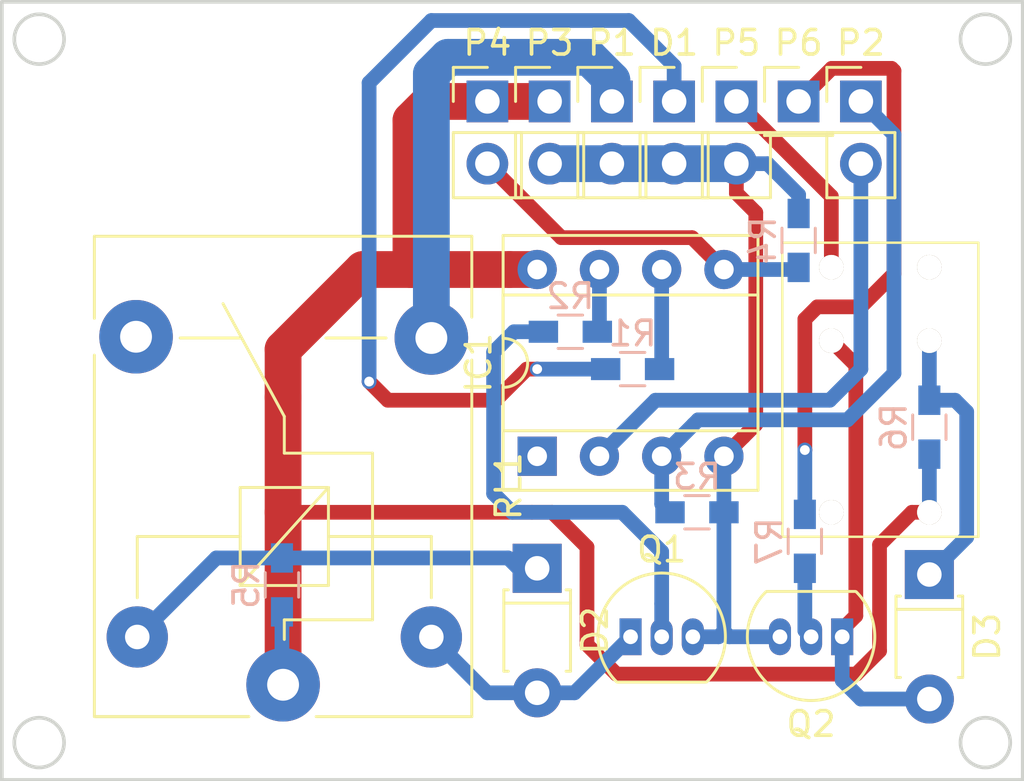
<source format=kicad_pcb>
(kicad_pcb (version 4) (host pcbnew 4.0.5)

  (general
    (links 35)
    (no_connects 0)
    (area 121.844999 102.032999 163.651001 133.933001)
    (thickness 1.6)
    (drawings 12)
    (tracks 126)
    (zones 0)
    (modules 21)
    (nets 18)
  )

  (page A4)
  (title_block
    (title PiPower)
    (date 2017-03-05)
    (rev 1)
    (company "Mark van Renswoude")
  )

  (layers
    (0 F.Cu signal)
    (31 B.Cu signal)
    (32 B.Adhes user hide)
    (33 F.Adhes user hide)
    (34 B.Paste user hide)
    (35 F.Paste user hide)
    (36 B.SilkS user hide)
    (37 F.SilkS user hide)
    (38 B.Mask user hide)
    (39 F.Mask user hide)
    (40 Dwgs.User user hide)
    (41 Cmts.User user hide)
    (42 Eco1.User user)
    (43 Eco2.User user)
    (44 Edge.Cuts user)
    (45 Margin user hide)
    (46 B.CrtYd user hide)
    (47 F.CrtYd user hide)
    (48 B.Fab user hide)
    (49 F.Fab user hide)
  )

  (setup
    (last_trace_width 0.6)
    (user_trace_width 1.5)
    (trace_clearance 0.2)
    (zone_clearance 0.508)
    (zone_45_only yes)
    (trace_min 0.2)
    (segment_width 0.2)
    (edge_width 0.15)
    (via_size 0.6)
    (via_drill 0.4)
    (via_min_size 0.4)
    (via_min_drill 0.3)
    (uvia_size 0.3)
    (uvia_drill 0.1)
    (uvias_allowed no)
    (uvia_min_size 0.2)
    (uvia_min_drill 0.1)
    (pcb_text_width 0.3)
    (pcb_text_size 1.5 1.5)
    (mod_edge_width 0.15)
    (mod_text_size 1 1)
    (mod_text_width 0.15)
    (pad_size 1.524 1.524)
    (pad_drill 0.762)
    (pad_to_mask_clearance 0.2)
    (aux_axis_origin 0 0)
    (grid_origin 163.576 106.172)
    (visible_elements 7FFFFFFF)
    (pcbplotparams
      (layerselection 0x01400_80000001)
      (usegerberextensions false)
      (excludeedgelayer true)
      (linewidth 0.100000)
      (plotframeref false)
      (viasonmask false)
      (mode 1)
      (useauxorigin false)
      (hpglpennumber 1)
      (hpglpenspeed 20)
      (hpglpendiameter 15)
      (hpglpenoverlay 2)
      (psnegative false)
      (psa4output false)
      (plotreference true)
      (plotvalue true)
      (plotinvisibletext false)
      (padsonsilk false)
      (subtractmaskfromsilk false)
      (outputformat 4)
      (mirror false)
      (drillshape 1)
      (scaleselection 1)
      (outputdirectory output))
  )

  (net 0 "")
  (net 1 "Net-(D1-Pad1)")
  (net 2 GND)
  (net 3 "Net-(D2-Pad1)")
  (net 4 "Net-(D2-Pad2)")
  (net 5 "Net-(D3-Pad1)")
  (net 6 "Net-(D3-Pad2)")
  (net 7 "Net-(IC1-Pad5)")
  (net 8 "Net-(IC1-Pad2)")
  (net 9 "Net-(IC1-Pad6)")
  (net 10 "Net-(IC1-Pad3)")
  (net 11 "Net-(IC1-Pad7)")
  (net 12 +5V)
  (net 13 "Net-(P1-Pad1)")
  (net 14 "Net-(K1-Pad10)")
  (net 15 "Net-(P6-Pad1)")
  (net 16 "Net-(Q1-Pad2)")
  (net 17 "Net-(Q2-Pad2)")

  (net_class Default "This is the default net class."
    (clearance 0.2)
    (trace_width 0.6)
    (via_dia 0.6)
    (via_drill 0.4)
    (uvia_dia 0.3)
    (uvia_drill 0.1)
    (add_net +5V)
    (add_net GND)
    (add_net "Net-(D1-Pad1)")
    (add_net "Net-(D2-Pad1)")
    (add_net "Net-(D2-Pad2)")
    (add_net "Net-(D3-Pad1)")
    (add_net "Net-(D3-Pad2)")
    (add_net "Net-(IC1-Pad2)")
    (add_net "Net-(IC1-Pad3)")
    (add_net "Net-(IC1-Pad5)")
    (add_net "Net-(IC1-Pad6)")
    (add_net "Net-(IC1-Pad7)")
    (add_net "Net-(K1-Pad10)")
    (add_net "Net-(P1-Pad1)")
    (add_net "Net-(P6-Pad1)")
    (add_net "Net-(Q1-Pad2)")
    (add_net "Net-(Q2-Pad2)")
  )

  (module Pin_Headers:Pin_Header_Straight_1x02_Pitch2.54mm (layer F.Cu) (tedit 58C8610B) (tstamp 58C85C70)
    (at 149.352 106.172)
    (descr "Through hole straight pin header, 1x02, 2.54mm pitch, single row")
    (tags "Through hole pin header THT 1x02 2.54mm single row")
    (path /58BC419B)
    (fp_text reference D1 (at 0 -2.39) (layer F.SilkS)
      (effects (font (size 1 1) (thickness 0.15)))
    )
    (fp_text value LED (at 0 -2.54) (layer Eco1.User)
      (effects (font (size 1 1) (thickness 0.15)))
    )
    (fp_line (start -1.27 -1.27) (end -1.27 3.81) (layer F.Fab) (width 0.1))
    (fp_line (start -1.27 3.81) (end 1.27 3.81) (layer F.Fab) (width 0.1))
    (fp_line (start 1.27 3.81) (end 1.27 -1.27) (layer F.Fab) (width 0.1))
    (fp_line (start 1.27 -1.27) (end -1.27 -1.27) (layer F.Fab) (width 0.1))
    (fp_line (start -1.39 1.27) (end -1.39 3.93) (layer F.SilkS) (width 0.12))
    (fp_line (start -1.39 3.93) (end 1.39 3.93) (layer F.SilkS) (width 0.12))
    (fp_line (start 1.39 3.93) (end 1.39 1.27) (layer F.SilkS) (width 0.12))
    (fp_line (start 1.39 1.27) (end -1.39 1.27) (layer F.SilkS) (width 0.12))
    (fp_line (start -1.39 0) (end -1.39 -1.39) (layer F.SilkS) (width 0.12))
    (fp_line (start -1.39 -1.39) (end 0 -1.39) (layer F.SilkS) (width 0.12))
    (fp_line (start -1.6 -1.6) (end -1.6 4.1) (layer F.CrtYd) (width 0.05))
    (fp_line (start -1.6 4.1) (end 1.6 4.1) (layer F.CrtYd) (width 0.05))
    (fp_line (start 1.6 4.1) (end 1.6 -1.6) (layer F.CrtYd) (width 0.05))
    (fp_line (start 1.6 -1.6) (end -1.6 -1.6) (layer F.CrtYd) (width 0.05))
    (pad 1 thru_hole rect (at 0 0) (size 1.7 1.7) (drill 1) (layers *.Cu *.Mask)
      (net 1 "Net-(D1-Pad1)"))
    (pad 2 thru_hole oval (at 0 2.54) (size 1.7 1.7) (drill 1) (layers *.Cu *.Mask)
      (net 2 GND))
    (model Pin_Headers.3dshapes/Pin_Header_Straight_1x02_Pitch2.54mm.wrl
      (at (xyz 0 -0.05 0))
      (scale (xyz 1 1 1))
      (rotate (xyz 0 0 90))
    )
  )

  (module Diodes_ThroughHole:D_T-1_P5.08mm_Horizontal (layer F.Cu) (tedit 5877C982) (tstamp 58C85C88)
    (at 143.764 125.222 270)
    (descr "D, T-1 series, Axial, Horizontal, pin pitch=5.08mm, , length*diameter=3.2*2.6mm^2, , http://www.diodes.com/_files/packages/T-1.pdf")
    (tags "D T-1 series Axial Horizontal pin pitch 5.08mm  length 3.2mm diameter 2.6mm")
    (path /58C1C921)
    (fp_text reference D2 (at 2.54 -2.36 270) (layer F.SilkS)
      (effects (font (size 1 1) (thickness 0.15)))
    )
    (fp_text value D (at 2.54 2.36 270) (layer F.Fab)
      (effects (font (size 1 1) (thickness 0.15)))
    )
    (fp_line (start 0.94 -1.3) (end 0.94 1.3) (layer F.Fab) (width 0.1))
    (fp_line (start 0.94 1.3) (end 4.14 1.3) (layer F.Fab) (width 0.1))
    (fp_line (start 4.14 1.3) (end 4.14 -1.3) (layer F.Fab) (width 0.1))
    (fp_line (start 4.14 -1.3) (end 0.94 -1.3) (layer F.Fab) (width 0.1))
    (fp_line (start 0 0) (end 0.94 0) (layer F.Fab) (width 0.1))
    (fp_line (start 5.08 0) (end 4.14 0) (layer F.Fab) (width 0.1))
    (fp_line (start 1.42 -1.3) (end 1.42 1.3) (layer F.Fab) (width 0.1))
    (fp_line (start 0.88 -1.18) (end 0.88 -1.36) (layer F.SilkS) (width 0.12))
    (fp_line (start 0.88 -1.36) (end 4.2 -1.36) (layer F.SilkS) (width 0.12))
    (fp_line (start 4.2 -1.36) (end 4.2 -1.18) (layer F.SilkS) (width 0.12))
    (fp_line (start 0.88 1.18) (end 0.88 1.36) (layer F.SilkS) (width 0.12))
    (fp_line (start 0.88 1.36) (end 4.2 1.36) (layer F.SilkS) (width 0.12))
    (fp_line (start 4.2 1.36) (end 4.2 1.18) (layer F.SilkS) (width 0.12))
    (fp_line (start 1.42 -1.36) (end 1.42 1.36) (layer F.SilkS) (width 0.12))
    (fp_line (start -1.25 -1.65) (end -1.25 1.65) (layer F.CrtYd) (width 0.05))
    (fp_line (start -1.25 1.65) (end 6.35 1.65) (layer F.CrtYd) (width 0.05))
    (fp_line (start 6.35 1.65) (end 6.35 -1.65) (layer F.CrtYd) (width 0.05))
    (fp_line (start 6.35 -1.65) (end -1.25 -1.65) (layer F.CrtYd) (width 0.05))
    (pad 1 thru_hole rect (at 0 0 270) (size 2 2) (drill 1) (layers *.Cu *.Mask)
      (net 3 "Net-(D2-Pad1)"))
    (pad 2 thru_hole oval (at 5.08 0 270) (size 2 2) (drill 1) (layers *.Cu *.Mask)
      (net 4 "Net-(D2-Pad2)"))
    (model Diodes_THT.3dshapes/D_T-1_P5.08mm_Horizontal.wrl
      (at (xyz 0 0 0))
      (scale (xyz 0.393701 0.393701 0.393701))
      (rotate (xyz 0 0 0))
    )
  )

  (module Diodes_ThroughHole:D_T-1_P5.08mm_Horizontal (layer F.Cu) (tedit 5877C982) (tstamp 58C85CA0)
    (at 159.766 125.476 270)
    (descr "D, T-1 series, Axial, Horizontal, pin pitch=5.08mm, , length*diameter=3.2*2.6mm^2, , http://www.diodes.com/_files/packages/T-1.pdf")
    (tags "D T-1 series Axial Horizontal pin pitch 5.08mm  length 3.2mm diameter 2.6mm")
    (path /58C5CB60)
    (fp_text reference D3 (at 2.54 -2.36 270) (layer F.SilkS)
      (effects (font (size 1 1) (thickness 0.15)))
    )
    (fp_text value D (at 2.54 2.36 270) (layer F.Fab)
      (effects (font (size 1 1) (thickness 0.15)))
    )
    (fp_line (start 0.94 -1.3) (end 0.94 1.3) (layer F.Fab) (width 0.1))
    (fp_line (start 0.94 1.3) (end 4.14 1.3) (layer F.Fab) (width 0.1))
    (fp_line (start 4.14 1.3) (end 4.14 -1.3) (layer F.Fab) (width 0.1))
    (fp_line (start 4.14 -1.3) (end 0.94 -1.3) (layer F.Fab) (width 0.1))
    (fp_line (start 0 0) (end 0.94 0) (layer F.Fab) (width 0.1))
    (fp_line (start 5.08 0) (end 4.14 0) (layer F.Fab) (width 0.1))
    (fp_line (start 1.42 -1.3) (end 1.42 1.3) (layer F.Fab) (width 0.1))
    (fp_line (start 0.88 -1.18) (end 0.88 -1.36) (layer F.SilkS) (width 0.12))
    (fp_line (start 0.88 -1.36) (end 4.2 -1.36) (layer F.SilkS) (width 0.12))
    (fp_line (start 4.2 -1.36) (end 4.2 -1.18) (layer F.SilkS) (width 0.12))
    (fp_line (start 0.88 1.18) (end 0.88 1.36) (layer F.SilkS) (width 0.12))
    (fp_line (start 0.88 1.36) (end 4.2 1.36) (layer F.SilkS) (width 0.12))
    (fp_line (start 4.2 1.36) (end 4.2 1.18) (layer F.SilkS) (width 0.12))
    (fp_line (start 1.42 -1.36) (end 1.42 1.36) (layer F.SilkS) (width 0.12))
    (fp_line (start -1.25 -1.65) (end -1.25 1.65) (layer F.CrtYd) (width 0.05))
    (fp_line (start -1.25 1.65) (end 6.35 1.65) (layer F.CrtYd) (width 0.05))
    (fp_line (start 6.35 1.65) (end 6.35 -1.65) (layer F.CrtYd) (width 0.05))
    (fp_line (start 6.35 -1.65) (end -1.25 -1.65) (layer F.CrtYd) (width 0.05))
    (pad 1 thru_hole rect (at 0 0 270) (size 2 2) (drill 1) (layers *.Cu *.Mask)
      (net 5 "Net-(D3-Pad1)"))
    (pad 2 thru_hole oval (at 5.08 0 270) (size 2 2) (drill 1) (layers *.Cu *.Mask)
      (net 6 "Net-(D3-Pad2)"))
    (model Diodes_THT.3dshapes/D_T-1_P5.08mm_Horizontal.wrl
      (at (xyz 0 0 0))
      (scale (xyz 0.393701 0.393701 0.393701))
      (rotate (xyz 0 0 0))
    )
  )

  (module Housings_DIP:DIP-8_W7.62mm_Socket (layer F.Cu) (tedit 58C860DC) (tstamp 58C85CC3)
    (at 143.764 120.65 90)
    (descr "8-lead dip package, row spacing 7.62 mm (300 mils), Socket")
    (tags "DIL DIP PDIP 2.54mm 7.62mm 300mil Socket")
    (path /58BC3ABE)
    (fp_text reference IC1 (at 3.81 -2.39 90) (layer F.SilkS)
      (effects (font (size 1 1) (thickness 0.15)))
    )
    (fp_text value ATTiny85 (at 4.318 4.318 180) (layer Eco1.User)
      (effects (font (size 1 1) (thickness 0.15)))
    )
    (fp_arc (start 3.81 -1.39) (end 2.81 -1.39) (angle -180) (layer F.SilkS) (width 0.12))
    (fp_line (start 1.635 -1.27) (end 6.985 -1.27) (layer F.Fab) (width 0.1))
    (fp_line (start 6.985 -1.27) (end 6.985 8.89) (layer F.Fab) (width 0.1))
    (fp_line (start 6.985 8.89) (end 0.635 8.89) (layer F.Fab) (width 0.1))
    (fp_line (start 0.635 8.89) (end 0.635 -0.27) (layer F.Fab) (width 0.1))
    (fp_line (start 0.635 -0.27) (end 1.635 -1.27) (layer F.Fab) (width 0.1))
    (fp_line (start -1.27 -1.27) (end -1.27 8.89) (layer F.Fab) (width 0.1))
    (fp_line (start -1.27 8.89) (end 8.89 8.89) (layer F.Fab) (width 0.1))
    (fp_line (start 8.89 8.89) (end 8.89 -1.27) (layer F.Fab) (width 0.1))
    (fp_line (start 8.89 -1.27) (end -1.27 -1.27) (layer F.Fab) (width 0.1))
    (fp_line (start 2.81 -1.39) (end 1.04 -1.39) (layer F.SilkS) (width 0.12))
    (fp_line (start 1.04 -1.39) (end 1.04 9.01) (layer F.SilkS) (width 0.12))
    (fp_line (start 1.04 9.01) (end 6.58 9.01) (layer F.SilkS) (width 0.12))
    (fp_line (start 6.58 9.01) (end 6.58 -1.39) (layer F.SilkS) (width 0.12))
    (fp_line (start 6.58 -1.39) (end 4.81 -1.39) (layer F.SilkS) (width 0.12))
    (fp_line (start -1.39 -1.39) (end -1.39 9.01) (layer F.SilkS) (width 0.12))
    (fp_line (start -1.39 9.01) (end 9.01 9.01) (layer F.SilkS) (width 0.12))
    (fp_line (start 9.01 9.01) (end 9.01 -1.39) (layer F.SilkS) (width 0.12))
    (fp_line (start 9.01 -1.39) (end -1.39 -1.39) (layer F.SilkS) (width 0.12))
    (fp_line (start -1.7 -1.7) (end -1.7 9.3) (layer F.CrtYd) (width 0.05))
    (fp_line (start -1.7 9.3) (end 9.3 9.3) (layer F.CrtYd) (width 0.05))
    (fp_line (start 9.3 9.3) (end 9.3 -1.7) (layer F.CrtYd) (width 0.05))
    (fp_line (start 9.3 -1.7) (end -1.7 -1.7) (layer F.CrtYd) (width 0.05))
    (pad 1 thru_hole rect (at 0 0 90) (size 1.6 1.6) (drill 0.8) (layers *.Cu *.Mask))
    (pad 5 thru_hole oval (at 7.62 7.62 90) (size 1.6 1.6) (drill 0.8) (layers *.Cu *.Mask)
      (net 7 "Net-(IC1-Pad5)"))
    (pad 2 thru_hole oval (at 0 2.54 90) (size 1.6 1.6) (drill 0.8) (layers *.Cu *.Mask)
      (net 8 "Net-(IC1-Pad2)"))
    (pad 6 thru_hole oval (at 7.62 5.08 90) (size 1.6 1.6) (drill 0.8) (layers *.Cu *.Mask)
      (net 9 "Net-(IC1-Pad6)"))
    (pad 3 thru_hole oval (at 0 5.08 90) (size 1.6 1.6) (drill 0.8) (layers *.Cu *.Mask)
      (net 10 "Net-(IC1-Pad3)"))
    (pad 7 thru_hole oval (at 7.62 2.54 90) (size 1.6 1.6) (drill 0.8) (layers *.Cu *.Mask)
      (net 11 "Net-(IC1-Pad7)"))
    (pad 4 thru_hole oval (at 0 7.62 90) (size 1.6 1.6) (drill 0.8) (layers *.Cu *.Mask)
      (net 2 GND))
    (pad 8 thru_hole oval (at 7.62 0 90) (size 1.6 1.6) (drill 0.8) (layers *.Cu *.Mask)
      (net 12 +5V))
    (model Housings_DIP.3dshapes/DIP-8_W7.62mm_Socket.wrl
      (at (xyz 0 0 0))
      (scale (xyz 1 1 1))
      (rotate (xyz 0 0 0))
    )
  )

  (module OmronG5V:OMRON-G5V-1 (layer F.Cu) (tedit 58C855A1) (tstamp 58C85CCD)
    (at 157.766 117.936 270)
    (path /58C5C232)
    (fp_text reference K1 (at 0 0 270) (layer F.SilkS)
      (effects (font (size 0 0) (thickness 0.15)))
    )
    (fp_text value G5V-1 (at 0 0 270) (layer F.Fab)
      (effects (font (size 0 0) (thickness 0.15)))
    )
    (fp_line (start -6 -4) (end 6 -4) (layer F.Fab) (width 0))
    (fp_line (start 6 -4) (end 6 4) (layer F.Fab) (width 0))
    (fp_line (start 6 4) (end -6 4) (layer F.Fab) (width 0))
    (fp_line (start -6 4) (end -6 -4) (layer F.Fab) (width 0))
    (fp_line (start -7 -4) (end 7 -4) (layer F.CrtYd) (width 0))
    (fp_line (start 7 -4) (end 7 4) (layer F.CrtYd) (width 0))
    (fp_line (start 7 4) (end -7 4) (layer F.CrtYd) (width 0))
    (fp_line (start -7 4) (end -7 -4) (layer F.CrtYd) (width 0))
    (fp_line (start 6 -4) (end -6 -4) (layer F.SilkS) (width 0))
    (fp_line (start -6 -4) (end -6 4) (layer F.SilkS) (width 0))
    (fp_line (start -6 4) (end 6 4) (layer F.SilkS) (width 0))
    (fp_line (start 6 4) (end 6 -4) (layer F.SilkS) (width 0))
    (pad 2 thru_hole circle (at -2 -2 270) (size 1 1) (drill 1) (layers *.Cu *.Mask F.SilkS)
      (net 5 "Net-(D3-Pad1)"))
    (pad 9 thru_hole circle (at -2 2 270) (size 1 1) (drill 1) (layers *.Cu *.Mask F.SilkS)
      (net 6 "Net-(D3-Pad2)"))
    (pad 5 thru_hole circle (at 5 -2 270) (size 1 1) (drill 1) (layers *.Cu *.Mask F.SilkS)
      (net 12 +5V))
    (pad 6 thru_hole circle (at 5 2 270) (size 1 1) (drill 1) (layers *.Cu *.Mask F.SilkS))
    (pad 1 thru_hole circle (at -5 -2 270) (size 1 1) (drill 1) (layers *.Cu *.Mask F.SilkS))
    (pad 10 thru_hole circle (at -5 2 270) (size 1 1) (drill 1) (layers *.Cu *.Mask F.SilkS)
      (net 14 "Net-(K1-Pad10)"))
  )

  (module Pin_Headers:Pin_Header_Straight_1x02_Pitch2.54mm (layer F.Cu) (tedit 58C86110) (tstamp 58C85CE1)
    (at 146.812 106.172)
    (descr "Through hole straight pin header, 1x02, 2.54mm pitch, single row")
    (tags "Through hole pin header THT 1x02 2.54mm single row")
    (path /58BCAB40)
    (fp_text reference P1 (at 0 -2.39) (layer F.SilkS)
      (effects (font (size 1 1) (thickness 0.15)))
    )
    (fp_text value Out (at -0.254 -2.54) (layer Eco1.User)
      (effects (font (size 1 1) (thickness 0.15)))
    )
    (fp_line (start -1.27 -1.27) (end -1.27 3.81) (layer F.Fab) (width 0.1))
    (fp_line (start -1.27 3.81) (end 1.27 3.81) (layer F.Fab) (width 0.1))
    (fp_line (start 1.27 3.81) (end 1.27 -1.27) (layer F.Fab) (width 0.1))
    (fp_line (start 1.27 -1.27) (end -1.27 -1.27) (layer F.Fab) (width 0.1))
    (fp_line (start -1.39 1.27) (end -1.39 3.93) (layer F.SilkS) (width 0.12))
    (fp_line (start -1.39 3.93) (end 1.39 3.93) (layer F.SilkS) (width 0.12))
    (fp_line (start 1.39 3.93) (end 1.39 1.27) (layer F.SilkS) (width 0.12))
    (fp_line (start 1.39 1.27) (end -1.39 1.27) (layer F.SilkS) (width 0.12))
    (fp_line (start -1.39 0) (end -1.39 -1.39) (layer F.SilkS) (width 0.12))
    (fp_line (start -1.39 -1.39) (end 0 -1.39) (layer F.SilkS) (width 0.12))
    (fp_line (start -1.6 -1.6) (end -1.6 4.1) (layer F.CrtYd) (width 0.05))
    (fp_line (start -1.6 4.1) (end 1.6 4.1) (layer F.CrtYd) (width 0.05))
    (fp_line (start 1.6 4.1) (end 1.6 -1.6) (layer F.CrtYd) (width 0.05))
    (fp_line (start 1.6 -1.6) (end -1.6 -1.6) (layer F.CrtYd) (width 0.05))
    (pad 1 thru_hole rect (at 0 0) (size 1.7 1.7) (drill 1) (layers *.Cu *.Mask)
      (net 13 "Net-(P1-Pad1)"))
    (pad 2 thru_hole oval (at 0 2.54) (size 1.7 1.7) (drill 1) (layers *.Cu *.Mask)
      (net 2 GND))
    (model Pin_Headers.3dshapes/Pin_Header_Straight_1x02_Pitch2.54mm.wrl
      (at (xyz 0 -0.05 0))
      (scale (xyz 1 1 1))
      (rotate (xyz 0 0 90))
    )
  )

  (module Pin_Headers:Pin_Header_Straight_1x02_Pitch2.54mm (layer F.Cu) (tedit 58C86107) (tstamp 58C85CF5)
    (at 156.972 106.172)
    (descr "Through hole straight pin header, 1x02, 2.54mm pitch, single row")
    (tags "Through hole pin header THT 1x02 2.54mm single row")
    (path /58BC9E67)
    (fp_text reference P2 (at 0 -2.39) (layer F.SilkS)
      (effects (font (size 1 1) (thickness 0.15)))
    )
    (fp_text value GPIO (at -0.508 -2.54) (layer Eco1.User)
      (effects (font (size 1 1) (thickness 0.15)))
    )
    (fp_line (start -1.27 -1.27) (end -1.27 3.81) (layer F.Fab) (width 0.1))
    (fp_line (start -1.27 3.81) (end 1.27 3.81) (layer F.Fab) (width 0.1))
    (fp_line (start 1.27 3.81) (end 1.27 -1.27) (layer F.Fab) (width 0.1))
    (fp_line (start 1.27 -1.27) (end -1.27 -1.27) (layer F.Fab) (width 0.1))
    (fp_line (start -1.39 1.27) (end -1.39 3.93) (layer F.SilkS) (width 0.12))
    (fp_line (start -1.39 3.93) (end 1.39 3.93) (layer F.SilkS) (width 0.12))
    (fp_line (start 1.39 3.93) (end 1.39 1.27) (layer F.SilkS) (width 0.12))
    (fp_line (start 1.39 1.27) (end -1.39 1.27) (layer F.SilkS) (width 0.12))
    (fp_line (start -1.39 0) (end -1.39 -1.39) (layer F.SilkS) (width 0.12))
    (fp_line (start -1.39 -1.39) (end 0 -1.39) (layer F.SilkS) (width 0.12))
    (fp_line (start -1.6 -1.6) (end -1.6 4.1) (layer F.CrtYd) (width 0.05))
    (fp_line (start -1.6 4.1) (end 1.6 4.1) (layer F.CrtYd) (width 0.05))
    (fp_line (start 1.6 4.1) (end 1.6 -1.6) (layer F.CrtYd) (width 0.05))
    (fp_line (start 1.6 -1.6) (end -1.6 -1.6) (layer F.CrtYd) (width 0.05))
    (pad 1 thru_hole rect (at 0 0) (size 1.7 1.7) (drill 1) (layers *.Cu *.Mask)
      (net 10 "Net-(IC1-Pad3)"))
    (pad 2 thru_hole oval (at 0 2.54) (size 1.7 1.7) (drill 1) (layers *.Cu *.Mask)
      (net 8 "Net-(IC1-Pad2)"))
    (model Pin_Headers.3dshapes/Pin_Header_Straight_1x02_Pitch2.54mm.wrl
      (at (xyz 0 -0.05 0))
      (scale (xyz 1 1 1))
      (rotate (xyz 0 0 90))
    )
  )

  (module Pin_Headers:Pin_Header_Straight_1x02_Pitch2.54mm (layer F.Cu) (tedit 58C86116) (tstamp 58C85D09)
    (at 144.272 106.172)
    (descr "Through hole straight pin header, 1x02, 2.54mm pitch, single row")
    (tags "Through hole pin header THT 1x02 2.54mm single row")
    (path /58BCB107)
    (fp_text reference P3 (at 0 -2.39) (layer F.SilkS)
      (effects (font (size 1 1) (thickness 0.15)))
    )
    (fp_text value In (at 0 -2.54) (layer Eco1.User)
      (effects (font (size 1 1) (thickness 0.15)))
    )
    (fp_line (start -1.27 -1.27) (end -1.27 3.81) (layer F.Fab) (width 0.1))
    (fp_line (start -1.27 3.81) (end 1.27 3.81) (layer F.Fab) (width 0.1))
    (fp_line (start 1.27 3.81) (end 1.27 -1.27) (layer F.Fab) (width 0.1))
    (fp_line (start 1.27 -1.27) (end -1.27 -1.27) (layer F.Fab) (width 0.1))
    (fp_line (start -1.39 1.27) (end -1.39 3.93) (layer F.SilkS) (width 0.12))
    (fp_line (start -1.39 3.93) (end 1.39 3.93) (layer F.SilkS) (width 0.12))
    (fp_line (start 1.39 3.93) (end 1.39 1.27) (layer F.SilkS) (width 0.12))
    (fp_line (start 1.39 1.27) (end -1.39 1.27) (layer F.SilkS) (width 0.12))
    (fp_line (start -1.39 0) (end -1.39 -1.39) (layer F.SilkS) (width 0.12))
    (fp_line (start -1.39 -1.39) (end 0 -1.39) (layer F.SilkS) (width 0.12))
    (fp_line (start -1.6 -1.6) (end -1.6 4.1) (layer F.CrtYd) (width 0.05))
    (fp_line (start -1.6 4.1) (end 1.6 4.1) (layer F.CrtYd) (width 0.05))
    (fp_line (start 1.6 4.1) (end 1.6 -1.6) (layer F.CrtYd) (width 0.05))
    (fp_line (start 1.6 -1.6) (end -1.6 -1.6) (layer F.CrtYd) (width 0.05))
    (pad 1 thru_hole rect (at 0 0) (size 1.7 1.7) (drill 1) (layers *.Cu *.Mask)
      (net 12 +5V))
    (pad 2 thru_hole oval (at 0 2.54) (size 1.7 1.7) (drill 1) (layers *.Cu *.Mask)
      (net 2 GND))
    (model Pin_Headers.3dshapes/Pin_Header_Straight_1x02_Pitch2.54mm.wrl
      (at (xyz 0 -0.05 0))
      (scale (xyz 1 1 1))
      (rotate (xyz 0 0 90))
    )
  )

  (module Pin_Headers:Pin_Header_Straight_1x02_Pitch2.54mm (layer F.Cu) (tedit 58C8611B) (tstamp 58C85D1D)
    (at 141.732 106.172)
    (descr "Through hole straight pin header, 1x02, 2.54mm pitch, single row")
    (tags "Through hole pin header THT 1x02 2.54mm single row")
    (path /58BCBF9C)
    (fp_text reference P4 (at 0 -2.39) (layer F.SilkS)
      (effects (font (size 1 1) (thickness 0.15)))
    )
    (fp_text value SW (at 0 -2.54) (layer Eco1.User)
      (effects (font (size 1 1) (thickness 0.15)))
    )
    (fp_line (start -1.27 -1.27) (end -1.27 3.81) (layer F.Fab) (width 0.1))
    (fp_line (start -1.27 3.81) (end 1.27 3.81) (layer F.Fab) (width 0.1))
    (fp_line (start 1.27 3.81) (end 1.27 -1.27) (layer F.Fab) (width 0.1))
    (fp_line (start 1.27 -1.27) (end -1.27 -1.27) (layer F.Fab) (width 0.1))
    (fp_line (start -1.39 1.27) (end -1.39 3.93) (layer F.SilkS) (width 0.12))
    (fp_line (start -1.39 3.93) (end 1.39 3.93) (layer F.SilkS) (width 0.12))
    (fp_line (start 1.39 3.93) (end 1.39 1.27) (layer F.SilkS) (width 0.12))
    (fp_line (start 1.39 1.27) (end -1.39 1.27) (layer F.SilkS) (width 0.12))
    (fp_line (start -1.39 0) (end -1.39 -1.39) (layer F.SilkS) (width 0.12))
    (fp_line (start -1.39 -1.39) (end 0 -1.39) (layer F.SilkS) (width 0.12))
    (fp_line (start -1.6 -1.6) (end -1.6 4.1) (layer F.CrtYd) (width 0.05))
    (fp_line (start -1.6 4.1) (end 1.6 4.1) (layer F.CrtYd) (width 0.05))
    (fp_line (start 1.6 4.1) (end 1.6 -1.6) (layer F.CrtYd) (width 0.05))
    (fp_line (start 1.6 -1.6) (end -1.6 -1.6) (layer F.CrtYd) (width 0.05))
    (pad 1 thru_hole rect (at 0 0) (size 1.7 1.7) (drill 1) (layers *.Cu *.Mask)
      (net 12 +5V))
    (pad 2 thru_hole oval (at 0 2.54) (size 1.7 1.7) (drill 1) (layers *.Cu *.Mask)
      (net 7 "Net-(IC1-Pad5)"))
    (model Pin_Headers.3dshapes/Pin_Header_Straight_1x02_Pitch2.54mm.wrl
      (at (xyz 0 -0.05 0))
      (scale (xyz 1 1 1))
      (rotate (xyz 0 0 90))
    )
  )

  (module Pin_Headers:Pin_Header_Straight_1x02_Pitch2.54mm (layer F.Cu) (tedit 58C86103) (tstamp 58C85D31)
    (at 151.892 106.172)
    (descr "Through hole straight pin header, 1x02, 2.54mm pitch, single row")
    (tags "Through hole pin header THT 1x02 2.54mm single row")
    (path /58C5F893)
    (fp_text reference P5 (at 0 -2.39) (layer F.SilkS)
      (effects (font (size 1 1) (thickness 0.15)))
    )
    (fp_text value Fan (at 1.016 -2.54) (layer Eco1.User)
      (effects (font (size 1 1) (thickness 0.15)))
    )
    (fp_line (start -1.27 -1.27) (end -1.27 3.81) (layer F.Fab) (width 0.1))
    (fp_line (start -1.27 3.81) (end 1.27 3.81) (layer F.Fab) (width 0.1))
    (fp_line (start 1.27 3.81) (end 1.27 -1.27) (layer F.Fab) (width 0.1))
    (fp_line (start 1.27 -1.27) (end -1.27 -1.27) (layer F.Fab) (width 0.1))
    (fp_line (start -1.39 1.27) (end -1.39 3.93) (layer F.SilkS) (width 0.12))
    (fp_line (start -1.39 3.93) (end 1.39 3.93) (layer F.SilkS) (width 0.12))
    (fp_line (start 1.39 3.93) (end 1.39 1.27) (layer F.SilkS) (width 0.12))
    (fp_line (start 1.39 1.27) (end -1.39 1.27) (layer F.SilkS) (width 0.12))
    (fp_line (start -1.39 0) (end -1.39 -1.39) (layer F.SilkS) (width 0.12))
    (fp_line (start -1.39 -1.39) (end 0 -1.39) (layer F.SilkS) (width 0.12))
    (fp_line (start -1.6 -1.6) (end -1.6 4.1) (layer F.CrtYd) (width 0.05))
    (fp_line (start -1.6 4.1) (end 1.6 4.1) (layer F.CrtYd) (width 0.05))
    (fp_line (start 1.6 4.1) (end 1.6 -1.6) (layer F.CrtYd) (width 0.05))
    (fp_line (start 1.6 -1.6) (end -1.6 -1.6) (layer F.CrtYd) (width 0.05))
    (pad 1 thru_hole rect (at 0 0) (size 1.7 1.7) (drill 1) (layers *.Cu *.Mask)
      (net 14 "Net-(K1-Pad10)"))
    (pad 2 thru_hole oval (at 0 2.54) (size 1.7 1.7) (drill 1) (layers *.Cu *.Mask)
      (net 2 GND))
    (model Pin_Headers.3dshapes/Pin_Header_Straight_1x02_Pitch2.54mm.wrl
      (at (xyz 0 -0.05 0))
      (scale (xyz 1 1 1))
      (rotate (xyz 0 0 90))
    )
  )

  (module Pin_Headers:Pin_Header_Straight_1x01_Pitch2.54mm (layer F.Cu) (tedit 58C85C6C) (tstamp 58C85D44)
    (at 154.432 106.172)
    (descr "Through hole straight pin header, 1x01, 2.54mm pitch, single row")
    (tags "Through hole pin header THT 1x01 2.54mm single row")
    (path /58C5AEE2)
    (fp_text reference P6 (at 0 -2.39) (layer F.SilkS)
      (effects (font (size 1 1) (thickness 0.15)))
    )
    (fp_text value FanCtrl (at 0 2.39) (layer F.Fab) hide
      (effects (font (size 1 1) (thickness 0.15)))
    )
    (fp_line (start -1.27 -1.27) (end -1.27 1.27) (layer F.Fab) (width 0.1))
    (fp_line (start -1.27 1.27) (end 1.27 1.27) (layer F.Fab) (width 0.1))
    (fp_line (start 1.27 1.27) (end 1.27 -1.27) (layer F.Fab) (width 0.1))
    (fp_line (start 1.27 -1.27) (end -1.27 -1.27) (layer F.Fab) (width 0.1))
    (fp_line (start -1.39 1.27) (end -1.39 1.39) (layer F.SilkS) (width 0.12))
    (fp_line (start -1.39 1.39) (end 1.39 1.39) (layer F.SilkS) (width 0.12))
    (fp_line (start 1.39 1.39) (end 1.39 1.27) (layer F.SilkS) (width 0.12))
    (fp_line (start 1.39 1.27) (end -1.39 1.27) (layer F.SilkS) (width 0.12))
    (fp_line (start -1.39 0) (end -1.39 -1.39) (layer F.SilkS) (width 0.12))
    (fp_line (start -1.39 -1.39) (end 0 -1.39) (layer F.SilkS) (width 0.12))
    (fp_line (start -1.6 -1.6) (end -1.6 1.6) (layer F.CrtYd) (width 0.05))
    (fp_line (start -1.6 1.6) (end 1.6 1.6) (layer F.CrtYd) (width 0.05))
    (fp_line (start 1.6 1.6) (end 1.6 -1.6) (layer F.CrtYd) (width 0.05))
    (fp_line (start 1.6 -1.6) (end -1.6 -1.6) (layer F.CrtYd) (width 0.05))
    (pad 1 thru_hole rect (at 0 0) (size 1.7 1.7) (drill 1) (layers *.Cu *.Mask)
      (net 15 "Net-(P6-Pad1)"))
    (model Pin_Headers.3dshapes/Pin_Header_Straight_1x01_Pitch2.54mm.wrl
      (at (xyz 0 0 0))
      (scale (xyz 1 1 1))
      (rotate (xyz 0 0 90))
    )
  )

  (module TO_SOT_Packages_THT:TO-92_Inline_Narrow_Oval (layer F.Cu) (tedit 58C860C3) (tstamp 58C85D56)
    (at 147.574 128.016)
    (descr "TO-92 leads in-line, narrow, oval pads, drill 0.6mm (see NXP sot054_po.pdf)")
    (tags "to-92 sc-43 sc-43a sot54 PA33 transistor")
    (path /58C05D7C)
    (fp_text reference Q1 (at 1.27 -3.56) (layer F.SilkS)
      (effects (font (size 1 1) (thickness 0.15)))
    )
    (fp_text value BC547 (at 1.27 2.79) (layer Eco1.User)
      (effects (font (size 1 1) (thickness 0.15)))
    )
    (fp_text user %R (at 1.27 -3.56) (layer F.Fab)
      (effects (font (size 1 1) (thickness 0.15)))
    )
    (fp_line (start -0.53 1.85) (end 3.07 1.85) (layer F.SilkS) (width 0.12))
    (fp_line (start -0.5 1.75) (end 3 1.75) (layer F.Fab) (width 0.1))
    (fp_line (start -1.46 -2.73) (end 4 -2.73) (layer F.CrtYd) (width 0.05))
    (fp_line (start -1.46 -2.73) (end -1.46 2.01) (layer F.CrtYd) (width 0.05))
    (fp_line (start 4 2.01) (end 4 -2.73) (layer F.CrtYd) (width 0.05))
    (fp_line (start 4 2.01) (end -1.46 2.01) (layer F.CrtYd) (width 0.05))
    (fp_arc (start 1.27 0) (end 1.27 -2.48) (angle 135) (layer F.Fab) (width 0.1))
    (fp_arc (start 1.27 0) (end 1.27 -2.6) (angle -135) (layer F.SilkS) (width 0.12))
    (fp_arc (start 1.27 0) (end 1.27 -2.48) (angle -135) (layer F.Fab) (width 0.1))
    (fp_arc (start 1.27 0) (end 1.27 -2.6) (angle 135) (layer F.SilkS) (width 0.12))
    (pad 2 thru_hole oval (at 1.27 0 180) (size 0.9 1.5) (drill 0.6) (layers *.Cu *.Mask)
      (net 16 "Net-(Q1-Pad2)"))
    (pad 3 thru_hole oval (at 2.54 0 180) (size 0.9 1.5) (drill 0.6) (layers *.Cu *.Mask)
      (net 2 GND))
    (pad 1 thru_hole rect (at 0 0 180) (size 0.9 1.5) (drill 0.6) (layers *.Cu *.Mask)
      (net 4 "Net-(D2-Pad2)"))
    (model TO_SOT_Packages_THT.3dshapes/TO-92_Inline_Narrow_Oval.wrl
      (at (xyz 0.05 0 0))
      (scale (xyz 1 1 1))
      (rotate (xyz 0 0 -90))
    )
  )

  (module TO_SOT_Packages_THT:TO-92_Inline_Narrow_Oval (layer F.Cu) (tedit 58C860C9) (tstamp 58C85D68)
    (at 156.21 128.016 180)
    (descr "TO-92 leads in-line, narrow, oval pads, drill 0.6mm (see NXP sot054_po.pdf)")
    (tags "to-92 sc-43 sc-43a sot54 PA33 transistor")
    (path /58C5B17E)
    (fp_text reference Q2 (at 1.27 -3.56 180) (layer F.SilkS)
      (effects (font (size 1 1) (thickness 0.15)))
    )
    (fp_text value BC547 (at 1.27 -2.794 180) (layer Eco1.User)
      (effects (font (size 1 1) (thickness 0.15)))
    )
    (fp_text user %R (at 1.27 -3.56 180) (layer F.Fab)
      (effects (font (size 1 1) (thickness 0.15)))
    )
    (fp_line (start -0.53 1.85) (end 3.07 1.85) (layer F.SilkS) (width 0.12))
    (fp_line (start -0.5 1.75) (end 3 1.75) (layer F.Fab) (width 0.1))
    (fp_line (start -1.46 -2.73) (end 4 -2.73) (layer F.CrtYd) (width 0.05))
    (fp_line (start -1.46 -2.73) (end -1.46 2.01) (layer F.CrtYd) (width 0.05))
    (fp_line (start 4 2.01) (end 4 -2.73) (layer F.CrtYd) (width 0.05))
    (fp_line (start 4 2.01) (end -1.46 2.01) (layer F.CrtYd) (width 0.05))
    (fp_arc (start 1.27 0) (end 1.27 -2.48) (angle 135) (layer F.Fab) (width 0.1))
    (fp_arc (start 1.27 0) (end 1.27 -2.6) (angle -135) (layer F.SilkS) (width 0.12))
    (fp_arc (start 1.27 0) (end 1.27 -2.48) (angle -135) (layer F.Fab) (width 0.1))
    (fp_arc (start 1.27 0) (end 1.27 -2.6) (angle 135) (layer F.SilkS) (width 0.12))
    (pad 2 thru_hole oval (at 1.27 0) (size 0.9 1.5) (drill 0.6) (layers *.Cu *.Mask)
      (net 17 "Net-(Q2-Pad2)"))
    (pad 3 thru_hole oval (at 2.54 0) (size 0.9 1.5) (drill 0.6) (layers *.Cu *.Mask)
      (net 2 GND))
    (pad 1 thru_hole rect (at 0 0) (size 0.9 1.5) (drill 0.6) (layers *.Cu *.Mask)
      (net 6 "Net-(D3-Pad2)"))
    (model TO_SOT_Packages_THT.3dshapes/TO-92_Inline_Narrow_Oval.wrl
      (at (xyz 0.05 0 0))
      (scale (xyz 1 1 1))
      (rotate (xyz 0 0 -90))
    )
  )

  (module Resistors_SMD:R_0603_HandSoldering (layer B.Cu) (tedit 58AAD9E8) (tstamp 58C85D79)
    (at 147.658 117.094 180)
    (descr "Resistor SMD 0603, hand soldering")
    (tags "resistor 0603")
    (path /58BC46F5)
    (attr smd)
    (fp_text reference R1 (at 0 1.45 180) (layer B.SilkS)
      (effects (font (size 1 1) (thickness 0.15)) (justify mirror))
    )
    (fp_text value 150 (at 0 -1.55 180) (layer B.Fab)
      (effects (font (size 1 1) (thickness 0.15)) (justify mirror))
    )
    (fp_text user %R (at 0 1.45 180) (layer B.Fab)
      (effects (font (size 1 1) (thickness 0.15)) (justify mirror))
    )
    (fp_line (start -0.8 -0.4) (end -0.8 0.4) (layer B.Fab) (width 0.1))
    (fp_line (start 0.8 -0.4) (end -0.8 -0.4) (layer B.Fab) (width 0.1))
    (fp_line (start 0.8 0.4) (end 0.8 -0.4) (layer B.Fab) (width 0.1))
    (fp_line (start -0.8 0.4) (end 0.8 0.4) (layer B.Fab) (width 0.1))
    (fp_line (start 0.5 -0.68) (end -0.5 -0.68) (layer B.SilkS) (width 0.12))
    (fp_line (start -0.5 0.68) (end 0.5 0.68) (layer B.SilkS) (width 0.12))
    (fp_line (start -1.96 0.7) (end 1.95 0.7) (layer B.CrtYd) (width 0.05))
    (fp_line (start -1.96 0.7) (end -1.96 -0.7) (layer B.CrtYd) (width 0.05))
    (fp_line (start 1.95 -0.7) (end 1.95 0.7) (layer B.CrtYd) (width 0.05))
    (fp_line (start 1.95 -0.7) (end -1.96 -0.7) (layer B.CrtYd) (width 0.05))
    (pad 1 smd rect (at -1.1 0 180) (size 1.2 0.9) (layers B.Cu B.Paste B.Mask)
      (net 9 "Net-(IC1-Pad6)"))
    (pad 2 smd rect (at 1.1 0 180) (size 1.2 0.9) (layers B.Cu B.Paste B.Mask)
      (net 1 "Net-(D1-Pad1)"))
    (model Resistors_SMD.3dshapes/R_0603.wrl
      (at (xyz 0 0 0))
      (scale (xyz 1 1 1))
      (rotate (xyz 0 0 0))
    )
  )

  (module Resistors_SMD:R_0603_HandSoldering (layer B.Cu) (tedit 58AAD9E8) (tstamp 58C85D8A)
    (at 145.118 115.57 180)
    (descr "Resistor SMD 0603, hand soldering")
    (tags "resistor 0603")
    (path /58C07326)
    (attr smd)
    (fp_text reference R2 (at 0 1.45 180) (layer B.SilkS)
      (effects (font (size 1 1) (thickness 0.15)) (justify mirror))
    )
    (fp_text value 1K (at 0 -1.55 180) (layer B.Fab)
      (effects (font (size 1 1) (thickness 0.15)) (justify mirror))
    )
    (fp_text user %R (at 0 1.45 180) (layer B.Fab)
      (effects (font (size 1 1) (thickness 0.15)) (justify mirror))
    )
    (fp_line (start -0.8 -0.4) (end -0.8 0.4) (layer B.Fab) (width 0.1))
    (fp_line (start 0.8 -0.4) (end -0.8 -0.4) (layer B.Fab) (width 0.1))
    (fp_line (start 0.8 0.4) (end 0.8 -0.4) (layer B.Fab) (width 0.1))
    (fp_line (start -0.8 0.4) (end 0.8 0.4) (layer B.Fab) (width 0.1))
    (fp_line (start 0.5 -0.68) (end -0.5 -0.68) (layer B.SilkS) (width 0.12))
    (fp_line (start -0.5 0.68) (end 0.5 0.68) (layer B.SilkS) (width 0.12))
    (fp_line (start -1.96 0.7) (end 1.95 0.7) (layer B.CrtYd) (width 0.05))
    (fp_line (start -1.96 0.7) (end -1.96 -0.7) (layer B.CrtYd) (width 0.05))
    (fp_line (start 1.95 -0.7) (end 1.95 0.7) (layer B.CrtYd) (width 0.05))
    (fp_line (start 1.95 -0.7) (end -1.96 -0.7) (layer B.CrtYd) (width 0.05))
    (pad 1 smd rect (at -1.1 0 180) (size 1.2 0.9) (layers B.Cu B.Paste B.Mask)
      (net 11 "Net-(IC1-Pad7)"))
    (pad 2 smd rect (at 1.1 0 180) (size 1.2 0.9) (layers B.Cu B.Paste B.Mask)
      (net 16 "Net-(Q1-Pad2)"))
    (model Resistors_SMD.3dshapes/R_0603.wrl
      (at (xyz 0 0 0))
      (scale (xyz 1 1 1))
      (rotate (xyz 0 0 0))
    )
  )

  (module Resistors_SMD:R_0603_HandSoldering (layer B.Cu) (tedit 58AAD9E8) (tstamp 58C85D9B)
    (at 150.284 122.936 180)
    (descr "Resistor SMD 0603, hand soldering")
    (tags "resistor 0603")
    (path /58C0F69C)
    (attr smd)
    (fp_text reference R3 (at 0 1.45 180) (layer B.SilkS)
      (effects (font (size 1 1) (thickness 0.15)) (justify mirror))
    )
    (fp_text value 10K (at 0 -1.55 180) (layer B.Fab)
      (effects (font (size 1 1) (thickness 0.15)) (justify mirror))
    )
    (fp_text user %R (at 0 1.45 180) (layer B.Fab)
      (effects (font (size 1 1) (thickness 0.15)) (justify mirror))
    )
    (fp_line (start -0.8 -0.4) (end -0.8 0.4) (layer B.Fab) (width 0.1))
    (fp_line (start 0.8 -0.4) (end -0.8 -0.4) (layer B.Fab) (width 0.1))
    (fp_line (start 0.8 0.4) (end 0.8 -0.4) (layer B.Fab) (width 0.1))
    (fp_line (start -0.8 0.4) (end 0.8 0.4) (layer B.Fab) (width 0.1))
    (fp_line (start 0.5 -0.68) (end -0.5 -0.68) (layer B.SilkS) (width 0.12))
    (fp_line (start -0.5 0.68) (end 0.5 0.68) (layer B.SilkS) (width 0.12))
    (fp_line (start -1.96 0.7) (end 1.95 0.7) (layer B.CrtYd) (width 0.05))
    (fp_line (start -1.96 0.7) (end -1.96 -0.7) (layer B.CrtYd) (width 0.05))
    (fp_line (start 1.95 -0.7) (end 1.95 0.7) (layer B.CrtYd) (width 0.05))
    (fp_line (start 1.95 -0.7) (end -1.96 -0.7) (layer B.CrtYd) (width 0.05))
    (pad 1 smd rect (at -1.1 0 180) (size 1.2 0.9) (layers B.Cu B.Paste B.Mask)
      (net 2 GND))
    (pad 2 smd rect (at 1.1 0 180) (size 1.2 0.9) (layers B.Cu B.Paste B.Mask)
      (net 10 "Net-(IC1-Pad3)"))
    (model Resistors_SMD.3dshapes/R_0603.wrl
      (at (xyz 0 0 0))
      (scale (xyz 1 1 1))
      (rotate (xyz 0 0 0))
    )
  )

  (module Resistors_SMD:R_0603_HandSoldering (layer B.Cu) (tedit 58AAD9E8) (tstamp 58C85DAC)
    (at 154.432 111.844 270)
    (descr "Resistor SMD 0603, hand soldering")
    (tags "resistor 0603")
    (path /58C0E76C)
    (attr smd)
    (fp_text reference R4 (at 0 1.45 270) (layer B.SilkS)
      (effects (font (size 1 1) (thickness 0.15)) (justify mirror))
    )
    (fp_text value 10K (at 0 -1.55 270) (layer B.Fab)
      (effects (font (size 1 1) (thickness 0.15)) (justify mirror))
    )
    (fp_text user %R (at 0 1.45 270) (layer B.Fab)
      (effects (font (size 1 1) (thickness 0.15)) (justify mirror))
    )
    (fp_line (start -0.8 -0.4) (end -0.8 0.4) (layer B.Fab) (width 0.1))
    (fp_line (start 0.8 -0.4) (end -0.8 -0.4) (layer B.Fab) (width 0.1))
    (fp_line (start 0.8 0.4) (end 0.8 -0.4) (layer B.Fab) (width 0.1))
    (fp_line (start -0.8 0.4) (end 0.8 0.4) (layer B.Fab) (width 0.1))
    (fp_line (start 0.5 -0.68) (end -0.5 -0.68) (layer B.SilkS) (width 0.12))
    (fp_line (start -0.5 0.68) (end 0.5 0.68) (layer B.SilkS) (width 0.12))
    (fp_line (start -1.96 0.7) (end 1.95 0.7) (layer B.CrtYd) (width 0.05))
    (fp_line (start -1.96 0.7) (end -1.96 -0.7) (layer B.CrtYd) (width 0.05))
    (fp_line (start 1.95 -0.7) (end 1.95 0.7) (layer B.CrtYd) (width 0.05))
    (fp_line (start 1.95 -0.7) (end -1.96 -0.7) (layer B.CrtYd) (width 0.05))
    (pad 1 smd rect (at -1.1 0 270) (size 1.2 0.9) (layers B.Cu B.Paste B.Mask)
      (net 2 GND))
    (pad 2 smd rect (at 1.1 0 270) (size 1.2 0.9) (layers B.Cu B.Paste B.Mask)
      (net 7 "Net-(IC1-Pad5)"))
    (model Resistors_SMD.3dshapes/R_0603.wrl
      (at (xyz 0 0 0))
      (scale (xyz 1 1 1))
      (rotate (xyz 0 0 0))
    )
  )

  (module Resistors_SMD:R_0603_HandSoldering (layer B.Cu) (tedit 58AAD9E8) (tstamp 58C85DBD)
    (at 133.35 125.9 270)
    (descr "Resistor SMD 0603, hand soldering")
    (tags "resistor 0603")
    (path /58C1D8B7)
    (attr smd)
    (fp_text reference R5 (at 0 1.45 270) (layer B.SilkS)
      (effects (font (size 1 1) (thickness 0.15)) (justify mirror))
    )
    (fp_text value 33 (at 0 -1.55 270) (layer B.Fab)
      (effects (font (size 1 1) (thickness 0.15)) (justify mirror))
    )
    (fp_text user %R (at 0 1.45 270) (layer B.Fab)
      (effects (font (size 1 1) (thickness 0.15)) (justify mirror))
    )
    (fp_line (start -0.8 -0.4) (end -0.8 0.4) (layer B.Fab) (width 0.1))
    (fp_line (start 0.8 -0.4) (end -0.8 -0.4) (layer B.Fab) (width 0.1))
    (fp_line (start 0.8 0.4) (end 0.8 -0.4) (layer B.Fab) (width 0.1))
    (fp_line (start -0.8 0.4) (end 0.8 0.4) (layer B.Fab) (width 0.1))
    (fp_line (start 0.5 -0.68) (end -0.5 -0.68) (layer B.SilkS) (width 0.12))
    (fp_line (start -0.5 0.68) (end 0.5 0.68) (layer B.SilkS) (width 0.12))
    (fp_line (start -1.96 0.7) (end 1.95 0.7) (layer B.CrtYd) (width 0.05))
    (fp_line (start -1.96 0.7) (end -1.96 -0.7) (layer B.CrtYd) (width 0.05))
    (fp_line (start 1.95 -0.7) (end 1.95 0.7) (layer B.CrtYd) (width 0.05))
    (fp_line (start 1.95 -0.7) (end -1.96 -0.7) (layer B.CrtYd) (width 0.05))
    (pad 1 smd rect (at -1.1 0 270) (size 1.2 0.9) (layers B.Cu B.Paste B.Mask)
      (net 3 "Net-(D2-Pad1)"))
    (pad 2 smd rect (at 1.1 0 270) (size 1.2 0.9) (layers B.Cu B.Paste B.Mask)
      (net 12 +5V))
    (model Resistors_SMD.3dshapes/R_0603.wrl
      (at (xyz 0 0 0))
      (scale (xyz 1 1 1))
      (rotate (xyz 0 0 0))
    )
  )

  (module Resistors_SMD:R_0603_HandSoldering (layer B.Cu) (tedit 58AAD9E8) (tstamp 58C85DCE)
    (at 159.766 119.464 270)
    (descr "Resistor SMD 0603, hand soldering")
    (tags "resistor 0603")
    (path /58C5CFB1)
    (attr smd)
    (fp_text reference R6 (at 0 1.45 270) (layer B.SilkS)
      (effects (font (size 1 1) (thickness 0.15)) (justify mirror))
    )
    (fp_text value 33 (at 0 -1.55 270) (layer B.Fab)
      (effects (font (size 1 1) (thickness 0.15)) (justify mirror))
    )
    (fp_text user %R (at 0 1.45 270) (layer B.Fab)
      (effects (font (size 1 1) (thickness 0.15)) (justify mirror))
    )
    (fp_line (start -0.8 -0.4) (end -0.8 0.4) (layer B.Fab) (width 0.1))
    (fp_line (start 0.8 -0.4) (end -0.8 -0.4) (layer B.Fab) (width 0.1))
    (fp_line (start 0.8 0.4) (end 0.8 -0.4) (layer B.Fab) (width 0.1))
    (fp_line (start -0.8 0.4) (end 0.8 0.4) (layer B.Fab) (width 0.1))
    (fp_line (start 0.5 -0.68) (end -0.5 -0.68) (layer B.SilkS) (width 0.12))
    (fp_line (start -0.5 0.68) (end 0.5 0.68) (layer B.SilkS) (width 0.12))
    (fp_line (start -1.96 0.7) (end 1.95 0.7) (layer B.CrtYd) (width 0.05))
    (fp_line (start -1.96 0.7) (end -1.96 -0.7) (layer B.CrtYd) (width 0.05))
    (fp_line (start 1.95 -0.7) (end 1.95 0.7) (layer B.CrtYd) (width 0.05))
    (fp_line (start 1.95 -0.7) (end -1.96 -0.7) (layer B.CrtYd) (width 0.05))
    (pad 1 smd rect (at -1.1 0 270) (size 1.2 0.9) (layers B.Cu B.Paste B.Mask)
      (net 5 "Net-(D3-Pad1)"))
    (pad 2 smd rect (at 1.1 0 270) (size 1.2 0.9) (layers B.Cu B.Paste B.Mask)
      (net 12 +5V))
    (model Resistors_SMD.3dshapes/R_0603.wrl
      (at (xyz 0 0 0))
      (scale (xyz 1 1 1))
      (rotate (xyz 0 0 0))
    )
  )

  (module Relays_ThroughHole:Relay_SANYOU_SRD_Series_Form_C (layer F.Cu) (tedit 58C860BE) (tstamp 58C85DF4)
    (at 133.396 129.974 90)
    (descr "relay Sanyou SRD series Form C")
    (path /58C04AF6)
    (fp_text reference RL1 (at 8.1 9.2 90) (layer F.SilkS)
      (effects (font (size 1 1) (thickness 0.15)))
    )
    (fp_text value "Songle SRD-05VDC" (at 8 -9.6 90) (layer Eco1.User)
      (effects (font (size 1 1) (thickness 0.15)))
    )
    (fp_line (start 18.55 -7.95) (end -1.55 -7.95) (layer F.CrtYd) (width 0.05))
    (fp_line (start -1.55 7.95) (end -1.55 -7.95) (layer F.CrtYd) (width 0.05))
    (fp_line (start 18.55 -7.95) (end 18.55 7.95) (layer F.CrtYd) (width 0.05))
    (fp_line (start -1.55 7.95) (end 18.55 7.95) (layer F.CrtYd) (width 0.05))
    (fp_line (start 15 7.7) (end 18.3 7.7) (layer F.SilkS) (width 0.12))
    (fp_line (start 18.3 7.7) (end 18.3 -7.7) (layer F.SilkS) (width 0.12))
    (fp_line (start 18.3 -7.7) (end 14.95 -7.7) (layer F.SilkS) (width 0.12))
    (fp_line (start -1.3 1.35) (end -1.3 7.7) (layer F.SilkS) (width 0.12))
    (fp_line (start -1.3 7.7) (end 13.25 7.7) (layer F.SilkS) (width 0.12))
    (fp_line (start -1.3 -1.4) (end -1.3 -7.7) (layer F.SilkS) (width 0.12))
    (fp_line (start -1.3 -7.7) (end 13.45 -7.7) (layer F.SilkS) (width 0.12))
    (fp_line (start -1.3 -7.65) (end -1.3 -1.4) (layer F.SilkS) (width 0.12))
    (fp_line (start 14.15 4.2) (end 14.15 1.75) (layer F.SilkS) (width 0.12))
    (fp_line (start 14.15 -4.2) (end 14.15 -1.7) (layer F.SilkS) (width 0.12))
    (fp_line (start 3.55 6.05) (end 6.05 6.05) (layer F.SilkS) (width 0.12))
    (fp_line (start 2.65 0.05) (end 1.85 0.05) (layer F.SilkS) (width 0.12))
    (fp_line (start 6.05 -5.95) (end 3.55 -5.95) (layer F.SilkS) (width 0.12))
    (fp_line (start 9.45 0.05) (end 10.95 0.05) (layer F.SilkS) (width 0.12))
    (fp_line (start 10.95 0.05) (end 15.55 -2.45) (layer F.SilkS) (width 0.12))
    (fp_line (start 9.45 3.65) (end 2.65 3.65) (layer F.SilkS) (width 0.12))
    (fp_line (start 9.45 0.05) (end 9.45 3.65) (layer F.SilkS) (width 0.12))
    (fp_line (start 2.65 0.05) (end 2.65 3.65) (layer F.SilkS) (width 0.12))
    (fp_line (start 6.05 -5.95) (end 6.05 -1.75) (layer F.SilkS) (width 0.12))
    (fp_line (start 6.05 1.85) (end 6.05 6.05) (layer F.SilkS) (width 0.12))
    (fp_line (start 8.05 1.85) (end 4.05 -1.75) (layer F.SilkS) (width 0.12))
    (fp_line (start 4.05 1.85) (end 4.05 -1.75) (layer F.SilkS) (width 0.12))
    (fp_line (start 4.05 -1.75) (end 8.05 -1.75) (layer F.SilkS) (width 0.12))
    (fp_line (start 8.05 -1.75) (end 8.05 1.85) (layer F.SilkS) (width 0.12))
    (fp_line (start 8.05 1.85) (end 4.05 1.85) (layer F.SilkS) (width 0.12))
    (pad 2 thru_hole circle (at 1.95 6.05 180) (size 2.5 2.5) (drill 1) (layers *.Cu *.Mask)
      (net 4 "Net-(D2-Pad2)"))
    (pad 3 thru_hole circle (at 14.15 6.05 180) (size 3 3) (drill 1.3) (layers *.Cu *.Mask)
      (net 13 "Net-(P1-Pad1)"))
    (pad 4 thru_hole circle (at 14.2 -6 180) (size 3 3) (drill 1.3) (layers *.Cu *.Mask))
    (pad 5 thru_hole circle (at 1.95 -5.95 180) (size 2.5 2.5) (drill 1) (layers *.Cu *.Mask)
      (net 3 "Net-(D2-Pad1)"))
    (pad 1 thru_hole circle (at 0 0 180) (size 3 3) (drill 1.3) (layers *.Cu *.Mask)
      (net 12 +5V))
    (model Relays_THT.3dshapes/Relay_SANYOU_SRD_Series_Form_C.wrl
      (at (xyz 0 0 0))
      (scale (xyz 1 1 1))
      (rotate (xyz 0 0 0))
    )
  )

  (module Resistors_SMD:R_0603_HandSoldering (layer B.Cu) (tedit 58AAD9E8) (tstamp 58CD2535)
    (at 154.686 124.122 270)
    (descr "Resistor SMD 0603, hand soldering")
    (tags "resistor 0603")
    (path /58CD4537)
    (attr smd)
    (fp_text reference R7 (at 0 1.45 270) (layer B.SilkS)
      (effects (font (size 1 1) (thickness 0.15)) (justify mirror))
    )
    (fp_text value 1K (at 0 -1.55 270) (layer B.Fab)
      (effects (font (size 1 1) (thickness 0.15)) (justify mirror))
    )
    (fp_text user %R (at 0 1.45 270) (layer B.Fab)
      (effects (font (size 1 1) (thickness 0.15)) (justify mirror))
    )
    (fp_line (start -0.8 -0.4) (end -0.8 0.4) (layer B.Fab) (width 0.1))
    (fp_line (start 0.8 -0.4) (end -0.8 -0.4) (layer B.Fab) (width 0.1))
    (fp_line (start 0.8 0.4) (end 0.8 -0.4) (layer B.Fab) (width 0.1))
    (fp_line (start -0.8 0.4) (end 0.8 0.4) (layer B.Fab) (width 0.1))
    (fp_line (start 0.5 -0.68) (end -0.5 -0.68) (layer B.SilkS) (width 0.12))
    (fp_line (start -0.5 0.68) (end 0.5 0.68) (layer B.SilkS) (width 0.12))
    (fp_line (start -1.96 0.7) (end 1.95 0.7) (layer B.CrtYd) (width 0.05))
    (fp_line (start -1.96 0.7) (end -1.96 -0.7) (layer B.CrtYd) (width 0.05))
    (fp_line (start 1.95 -0.7) (end 1.95 0.7) (layer B.CrtYd) (width 0.05))
    (fp_line (start 1.95 -0.7) (end -1.96 -0.7) (layer B.CrtYd) (width 0.05))
    (pad 1 smd rect (at -1.1 0 270) (size 1.2 0.9) (layers B.Cu B.Paste B.Mask)
      (net 15 "Net-(P6-Pad1)"))
    (pad 2 smd rect (at 1.1 0 270) (size 1.2 0.9) (layers B.Cu B.Paste B.Mask)
      (net 17 "Net-(Q2-Pad2)"))
    (model Resistors_SMD.3dshapes/R_0603.wrl
      (at (xyz 0 0 0))
      (scale (xyz 1 1 1))
      (rotate (xyz 0 0 0))
    )
  )

  (gr_line (start 121.92 133.858) (end 121.92 102.108) (layer Edge.Cuts) (width 0.15))
  (gr_line (start 163.576 133.858) (end 121.92 133.858) (layer Edge.Cuts) (width 0.15))
  (gr_line (start 163.576 102.108) (end 163.576 133.858) (layer Edge.Cuts) (width 0.15))
  (gr_line (start 121.92 102.108) (end 163.576 102.108) (layer Edge.Cuts) (width 0.15))
  (gr_text + (at 159.766 108.458) (layer Eco1.User)
    (effects (font (size 1.5 1.5) (thickness 0.3)))
  )
  (gr_text - (at 159.766 106.172) (layer Eco1.User)
    (effects (font (size 1.5 1.5) (thickness 0.3)))
  )
  (gr_text "happy birthday\nHoot!" (at 129.794 108.712) (layer Eco1.User)
    (effects (font (size 1.5 1.3) (thickness 0.25) italic))
  )
  (gr_text PiPower (at 130.048 104.14) (layer Eco1.User)
    (effects (font (size 1.5 1.5) (thickness 0.3)))
  )
  (gr_circle (center 162.052 132.334) (end 163.068 132.334) (layer Edge.Cuts) (width 0.15) (tstamp 58BC5F99))
  (gr_circle (center 123.444 132.334) (end 124.46 132.334) (layer Edge.Cuts) (width 0.15) (tstamp 58BC5F8E))
  (gr_circle (center 123.444 103.632) (end 124.46 103.632) (layer Edge.Cuts) (width 0.15) (tstamp 58BC5F77))
  (gr_circle (center 162.052 103.632) (end 163.068 103.632) (layer Edge.Cuts) (width 0.15))

  (segment (start 136.906 117.602) (end 136.906 105.41) (width 0.6) (layer B.Cu) (net 1))
  (segment (start 147.5 102.87) (end 149.352 104.722) (width 0.6) (layer B.Cu) (net 1))
  (segment (start 136.906 105.41) (end 139.446 102.87) (width 0.6) (layer B.Cu) (net 1))
  (segment (start 139.446 102.87) (end 147.5 102.87) (width 0.6) (layer B.Cu) (net 1))
  (segment (start 149.352 104.722) (end 149.352 106.172) (width 0.6) (layer B.Cu) (net 1))
  (segment (start 142.069736 118.364) (end 137.668 118.364) (width 0.6) (layer F.Cu) (net 1))
  (segment (start 137.668 118.364) (end 136.906 117.602) (width 0.6) (layer F.Cu) (net 1))
  (via (at 136.906 117.602) (size 0.6) (drill 0.4) (layers F.Cu B.Cu) (net 1))
  (segment (start 143.764 117.094) (end 143.339736 117.094) (width 0.6) (layer F.Cu) (net 1))
  (segment (start 143.339736 117.094) (end 142.069736 118.364) (width 0.6) (layer F.Cu) (net 1))
  (segment (start 146.558 117.094) (end 143.764 117.094) (width 0.6) (layer B.Cu) (net 1))
  (via (at 143.764 117.094) (size 0.6) (drill 0.4) (layers F.Cu B.Cu) (net 1))
  (segment (start 153.67 128.016) (end 151.604 128.016) (width 0.6) (layer B.Cu) (net 2))
  (segment (start 151.604 128.016) (end 151.384 127.796) (width 0.6) (layer B.Cu) (net 2))
  (segment (start 151.892 108.712) (end 151.892 109.914081) (width 0.6) (layer F.Cu) (net 2))
  (segment (start 152.183999 119.850001) (end 151.384 120.65) (width 0.6) (layer F.Cu) (net 2))
  (segment (start 151.892 109.914081) (end 152.684001 110.706082) (width 0.6) (layer F.Cu) (net 2))
  (segment (start 152.684001 110.706082) (end 152.684001 119.349999) (width 0.6) (layer F.Cu) (net 2))
  (segment (start 152.684001 119.349999) (end 152.183999 119.850001) (width 0.6) (layer F.Cu) (net 2))
  (segment (start 149.352 108.712) (end 151.892 108.712) (width 1.5) (layer B.Cu) (net 2))
  (segment (start 146.812 108.712) (end 149.352 108.712) (width 1.5) (layer B.Cu) (net 2))
  (segment (start 144.272 108.712) (end 146.812 108.712) (width 1.5) (layer B.Cu) (net 2))
  (segment (start 151.384 122.936) (end 151.384 127.796) (width 0.6) (layer B.Cu) (net 2))
  (segment (start 151.384 127.796) (end 151.164 128.016) (width 0.6) (layer B.Cu) (net 2))
  (segment (start 151.164 128.016) (end 150.114 128.016) (width 0.6) (layer B.Cu) (net 2))
  (segment (start 151.384 122.936) (end 151.384 120.65) (width 0.6) (layer B.Cu) (net 2))
  (segment (start 154.432 109.982) (end 153.162 108.712) (width 0.6) (layer B.Cu) (net 2))
  (segment (start 153.162 108.712) (end 151.892 108.712) (width 0.6) (layer B.Cu) (net 2))
  (segment (start 154.432 110.744) (end 154.432 109.982) (width 0.6) (layer B.Cu) (net 2))
  (segment (start 133.35 124.8) (end 130.67 124.8) (width 0.6) (layer B.Cu) (net 3))
  (segment (start 130.67 124.8) (end 127.446 128.024) (width 0.6) (layer B.Cu) (net 3))
  (segment (start 143.002 125.222) (end 142.58 124.8) (width 0.6) (layer B.Cu) (net 3))
  (segment (start 142.58 124.8) (end 133.35 124.8) (width 0.6) (layer B.Cu) (net 3))
  (segment (start 143.764 125.222) (end 143.002 125.222) (width 0.6) (layer B.Cu) (net 3))
  (segment (start 143.764 130.302) (end 145.288 130.302) (width 0.6) (layer B.Cu) (net 4))
  (segment (start 145.288 130.302) (end 147.574 128.016) (width 0.6) (layer B.Cu) (net 4))
  (segment (start 141.724 130.302) (end 143.764 130.302) (width 0.6) (layer B.Cu) (net 4))
  (segment (start 139.446 128.024) (end 141.724 130.302) (width 0.6) (layer B.Cu) (net 4))
  (segment (start 139.454 128.016) (end 139.446 128.024) (width 0.6) (layer B.Cu) (net 4))
  (segment (start 159.766 125.476) (end 161.29 123.952) (width 0.6) (layer B.Cu) (net 5))
  (segment (start 161.29 123.952) (end 161.29 118.838) (width 0.6) (layer B.Cu) (net 5))
  (segment (start 161.29 118.838) (end 160.816 118.364) (width 0.6) (layer B.Cu) (net 5))
  (segment (start 160.816 118.364) (end 159.766 118.364) (width 0.6) (layer B.Cu) (net 5))
  (segment (start 159.766 115.936) (end 159.766 118.364) (width 0.6) (layer B.Cu) (net 5))
  (segment (start 156.21 128.016) (end 156.21 127.716) (width 0.6) (layer F.Cu) (net 6))
  (segment (start 156.21 127.716) (end 156.766001 127.159999) (width 0.6) (layer F.Cu) (net 6))
  (segment (start 156.766001 127.159999) (end 156.766001 116.936001) (width 0.6) (layer F.Cu) (net 6))
  (segment (start 156.766001 116.936001) (end 156.265999 116.435999) (width 0.6) (layer F.Cu) (net 6))
  (segment (start 156.265999 116.435999) (end 155.766 115.936) (width 0.6) (layer F.Cu) (net 6))
  (segment (start 156.972 130.556) (end 156.21 129.794) (width 0.6) (layer B.Cu) (net 6))
  (segment (start 156.21 129.794) (end 156.21 128.016) (width 0.6) (layer B.Cu) (net 6))
  (segment (start 159.766 130.556) (end 156.972 130.556) (width 0.6) (layer B.Cu) (net 6))
  (segment (start 141.732 108.712) (end 144.749999 111.729999) (width 0.6) (layer F.Cu) (net 7))
  (segment (start 144.749999 111.729999) (end 150.083999 111.729999) (width 0.6) (layer F.Cu) (net 7))
  (segment (start 150.083999 111.729999) (end 150.584001 112.230001) (width 0.6) (layer F.Cu) (net 7))
  (segment (start 150.584001 112.230001) (end 151.384 113.03) (width 0.6) (layer F.Cu) (net 7))
  (segment (start 151.384 113.03) (end 154.346 113.03) (width 0.6) (layer B.Cu) (net 7))
  (segment (start 154.346 113.03) (end 154.432 112.944) (width 0.6) (layer B.Cu) (net 7))
  (segment (start 146.304 120.65) (end 148.59 118.364) (width 0.6) (layer B.Cu) (net 8))
  (segment (start 148.59 118.364) (end 155.702 118.364) (width 0.6) (layer B.Cu) (net 8))
  (segment (start 155.702 118.364) (end 156.972 117.094) (width 0.6) (layer B.Cu) (net 8))
  (segment (start 156.972 117.094) (end 156.972 108.712) (width 0.6) (layer B.Cu) (net 8))
  (segment (start 148.844 113.03) (end 148.844 117.008) (width 0.6) (layer B.Cu) (net 9))
  (segment (start 148.844 117.008) (end 148.758 117.094) (width 0.6) (layer B.Cu) (net 9))
  (segment (start 148.93 113.116) (end 148.844 113.03) (width 0.6) (layer B.Cu) (net 9))
  (segment (start 158.322001 117.267999) (end 156.42599 119.16401) (width 0.6) (layer B.Cu) (net 10))
  (segment (start 156.42599 119.16401) (end 150.32999 119.16401) (width 0.6) (layer B.Cu) (net 10))
  (segment (start 150.32999 119.16401) (end 150.144001 119.349999) (width 0.6) (layer B.Cu) (net 10))
  (segment (start 156.972 106.172) (end 158.322001 107.522001) (width 0.6) (layer B.Cu) (net 10))
  (segment (start 158.322001 107.522001) (end 158.322001 117.267999) (width 0.6) (layer B.Cu) (net 10))
  (segment (start 148.844 120.65) (end 150.144001 119.349999) (width 0.6) (layer B.Cu) (net 10))
  (segment (start 148.844 120.65) (end 148.844 122.596) (width 0.6) (layer B.Cu) (net 10))
  (segment (start 148.844 122.596) (end 149.184 122.936) (width 0.6) (layer B.Cu) (net 10))
  (segment (start 146.304 113.03) (end 146.304 115.484) (width 0.6) (layer B.Cu) (net 11))
  (segment (start 146.304 115.484) (end 146.218 115.57) (width 0.6) (layer B.Cu) (net 11))
  (segment (start 136.652 113.03) (end 133.396 116.286) (width 1.5) (layer F.Cu) (net 12))
  (segment (start 133.396 116.286) (end 133.396 118.247998) (width 1.5) (layer F.Cu) (net 12))
  (segment (start 138.613998 113.03) (end 136.652 113.03) (width 1.5) (layer F.Cu) (net 12))
  (segment (start 133.396 129.974) (end 133.396 122.936) (width 1.5) (layer F.Cu) (net 12))
  (segment (start 133.396 122.936) (end 133.396 118.247998) (width 1.5) (layer F.Cu) (net 12))
  (segment (start 144.378002 122.936) (end 143.549998 122.936) (width 0.6) (layer F.Cu) (net 12))
  (segment (start 143.549998 122.936) (end 133.396 122.936) (width 0.6) (layer F.Cu) (net 12))
  (segment (start 145.796 128.338002) (end 145.796 124.353998) (width 0.6) (layer F.Cu) (net 12))
  (segment (start 145.796 124.353998) (end 144.378002 122.936) (width 0.6) (layer F.Cu) (net 12))
  (segment (start 156.786002 129.54) (end 146.997998 129.54) (width 0.6) (layer F.Cu) (net 12))
  (segment (start 146.997998 129.54) (end 145.796 128.338002) (width 0.6) (layer F.Cu) (net 12))
  (segment (start 157.734 124.260894) (end 157.734 128.592002) (width 0.6) (layer F.Cu) (net 12))
  (segment (start 157.734 128.592002) (end 156.786002 129.54) (width 0.6) (layer F.Cu) (net 12))
  (segment (start 159.766 122.936) (end 159.058894 122.936) (width 0.6) (layer F.Cu) (net 12))
  (segment (start 159.058894 122.936) (end 157.734 124.260894) (width 0.6) (layer F.Cu) (net 12))
  (segment (start 159.766 120.564) (end 159.766 122.936) (width 0.6) (layer B.Cu) (net 12))
  (segment (start 139.382 106.172) (end 138.613998 106.940002) (width 1.5) (layer F.Cu) (net 12))
  (segment (start 141.732 106.172) (end 139.382 106.172) (width 1.5) (layer F.Cu) (net 12))
  (segment (start 138.613998 106.940002) (end 138.613998 113.03) (width 1.5) (layer F.Cu) (net 12))
  (segment (start 144.272 106.172) (end 141.732 106.172) (width 1.5) (layer F.Cu) (net 12))
  (segment (start 138.613998 113.03) (end 142.63263 113.03) (width 1.5) (layer F.Cu) (net 12))
  (segment (start 142.63263 113.03) (end 143.764 113.03) (width 1.5) (layer F.Cu) (net 12))
  (segment (start 133.35 127) (end 133.35 129.928) (width 0.6) (layer B.Cu) (net 12))
  (segment (start 133.35 129.928) (end 133.396 129.974) (width 0.6) (layer B.Cu) (net 12))
  (segment (start 139.446 115.824) (end 139.446 105.047998) (width 1.5) (layer B.Cu) (net 13))
  (segment (start 139.446 105.047998) (end 140.121999 104.371999) (width 1.5) (layer B.Cu) (net 13))
  (segment (start 140.121999 104.371999) (end 145.882001 104.371999) (width 1.5) (layer B.Cu) (net 13))
  (segment (start 145.882001 104.371999) (end 146.812 105.301998) (width 1.5) (layer B.Cu) (net 13))
  (segment (start 146.812 105.301998) (end 146.812 106.172) (width 1.5) (layer B.Cu) (net 13))
  (segment (start 155.766 112.936) (end 155.766 110.046) (width 0.6) (layer F.Cu) (net 14))
  (segment (start 155.766 110.046) (end 151.892 106.172) (width 0.6) (layer F.Cu) (net 14))
  (segment (start 154.686 120.396) (end 154.686 115.062) (width 0.6) (layer F.Cu) (net 15))
  (segment (start 155.782001 104.821999) (end 154.432 106.172) (width 0.6) (layer F.Cu) (net 15))
  (segment (start 154.686 115.062) (end 155.194 114.554) (width 0.6) (layer F.Cu) (net 15))
  (segment (start 155.194 114.554) (end 156.972 114.554) (width 0.6) (layer F.Cu) (net 15))
  (segment (start 156.972 114.554) (end 158.322001 113.203999) (width 0.6) (layer F.Cu) (net 15))
  (segment (start 158.322001 113.203999) (end 158.322001 104.921999) (width 0.6) (layer F.Cu) (net 15))
  (segment (start 158.322001 104.921999) (end 158.222001 104.821999) (width 0.6) (layer F.Cu) (net 15))
  (segment (start 158.222001 104.821999) (end 155.782001 104.821999) (width 0.6) (layer F.Cu) (net 15))
  (segment (start 154.686 120.396) (end 154.686 123.022) (width 0.6) (layer B.Cu) (net 15))
  (via (at 154.686 120.396) (size 0.6) (drill 0.4) (layers F.Cu B.Cu) (net 15))
  (segment (start 142.748 122.936) (end 147.233998 122.936) (width 0.6) (layer B.Cu) (net 16))
  (segment (start 147.233998 122.936) (end 148.844 124.546002) (width 0.6) (layer B.Cu) (net 16))
  (segment (start 148.844 124.546002) (end 148.844 126.666) (width 0.6) (layer B.Cu) (net 16))
  (segment (start 148.844 126.666) (end 148.844 128.016) (width 0.6) (layer B.Cu) (net 16))
  (segment (start 141.986 122.174) (end 142.748 122.936) (width 0.6) (layer B.Cu) (net 16))
  (segment (start 141.986 116.402) (end 141.986 122.174) (width 0.6) (layer B.Cu) (net 16))
  (segment (start 144.018 115.57) (end 142.818 115.57) (width 0.6) (layer B.Cu) (net 16))
  (segment (start 142.818 115.57) (end 141.986 116.402) (width 0.6) (layer B.Cu) (net 16))
  (segment (start 154.686 125.222) (end 154.686 127.762) (width 0.6) (layer B.Cu) (net 17))
  (segment (start 154.686 127.762) (end 154.94 128.016) (width 0.6) (layer B.Cu) (net 17))

)

</source>
